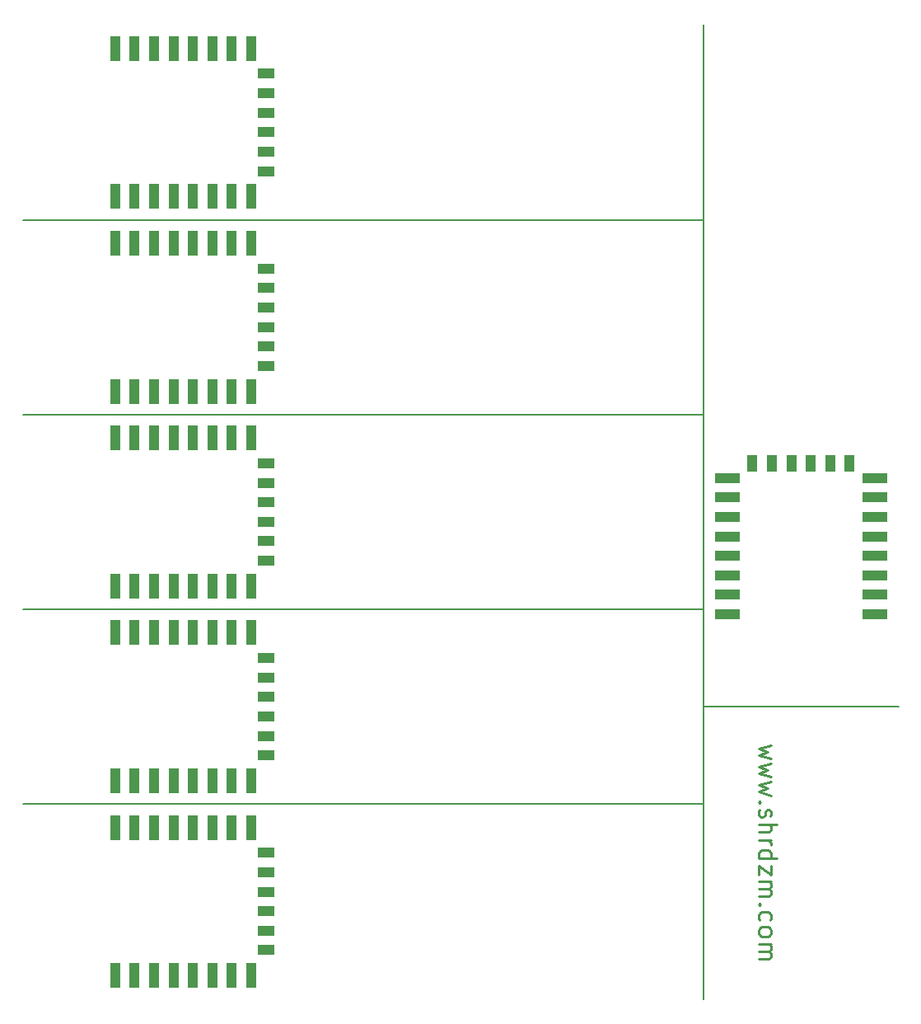
<source format=gbr>
%TF.GenerationSoftware,KiCad,Pcbnew,(5.1.9)-1*%
%TF.CreationDate,2021-03-22T15:53:49+01:00*%
%TF.ProjectId,DOORSENSOR_Enhanced_Multi,444f4f52-5345-44e5-934f-525f456e6861,rev?*%
%TF.SameCoordinates,Original*%
%TF.FileFunction,Paste,Top*%
%TF.FilePolarity,Positive*%
%FSLAX46Y46*%
G04 Gerber Fmt 4.6, Leading zero omitted, Abs format (unit mm)*
G04 Created by KiCad (PCBNEW (5.1.9)-1) date 2021-03-22 15:53:49*
%MOMM*%
%LPD*%
G01*
G04 APERTURE LIST*
%ADD10C,0.250000*%
%ADD11C,0.150000*%
%ADD12R,2.500000X1.000000*%
%ADD13R,1.000000X1.800000*%
%ADD14R,1.000000X2.500000*%
%ADD15R,1.800000X1.000000*%
G04 APERTURE END LIST*
D10*
X113385714Y-116942857D02*
X112185714Y-117285714D01*
X113042857Y-117628571D01*
X112185714Y-117971428D01*
X113385714Y-118314285D01*
X113385714Y-118828571D02*
X112185714Y-119171428D01*
X113042857Y-119514285D01*
X112185714Y-119857142D01*
X113385714Y-120200000D01*
X113385714Y-120714285D02*
X112185714Y-121057142D01*
X113042857Y-121400000D01*
X112185714Y-121742857D01*
X113385714Y-122085714D01*
X112357142Y-122771428D02*
X112271428Y-122857142D01*
X112185714Y-122771428D01*
X112271428Y-122685714D01*
X112357142Y-122771428D01*
X112185714Y-122771428D01*
X112271428Y-123542857D02*
X112185714Y-123714285D01*
X112185714Y-124057142D01*
X112271428Y-124228571D01*
X112442857Y-124314285D01*
X112528571Y-124314285D01*
X112700000Y-124228571D01*
X112785714Y-124057142D01*
X112785714Y-123800000D01*
X112871428Y-123628571D01*
X113042857Y-123542857D01*
X113128571Y-123542857D01*
X113300000Y-123628571D01*
X113385714Y-123800000D01*
X113385714Y-124057142D01*
X113300000Y-124228571D01*
X112185714Y-125085714D02*
X113985714Y-125085714D01*
X112185714Y-125857142D02*
X113128571Y-125857142D01*
X113300000Y-125771428D01*
X113385714Y-125600000D01*
X113385714Y-125342857D01*
X113300000Y-125171428D01*
X113214285Y-125085714D01*
X112185714Y-126714285D02*
X113385714Y-126714285D01*
X113042857Y-126714285D02*
X113214285Y-126800000D01*
X113300000Y-126885714D01*
X113385714Y-127057142D01*
X113385714Y-127228571D01*
X112185714Y-128600000D02*
X113985714Y-128600000D01*
X112271428Y-128600000D02*
X112185714Y-128428571D01*
X112185714Y-128085714D01*
X112271428Y-127914285D01*
X112357142Y-127828571D01*
X112528571Y-127742857D01*
X113042857Y-127742857D01*
X113214285Y-127828571D01*
X113300000Y-127914285D01*
X113385714Y-128085714D01*
X113385714Y-128428571D01*
X113300000Y-128600000D01*
X113385714Y-129285714D02*
X113385714Y-130228571D01*
X112185714Y-129285714D01*
X112185714Y-130228571D01*
X112185714Y-130914285D02*
X113385714Y-130914285D01*
X113214285Y-130914285D02*
X113300000Y-131000000D01*
X113385714Y-131171428D01*
X113385714Y-131428571D01*
X113300000Y-131600000D01*
X113128571Y-131685714D01*
X112185714Y-131685714D01*
X113128571Y-131685714D02*
X113300000Y-131771428D01*
X113385714Y-131942857D01*
X113385714Y-132200000D01*
X113300000Y-132371428D01*
X113128571Y-132457142D01*
X112185714Y-132457142D01*
X112357142Y-133314285D02*
X112271428Y-133400000D01*
X112185714Y-133314285D01*
X112271428Y-133228571D01*
X112357142Y-133314285D01*
X112185714Y-133314285D01*
X112271428Y-134942857D02*
X112185714Y-134771428D01*
X112185714Y-134428571D01*
X112271428Y-134257142D01*
X112357142Y-134171428D01*
X112528571Y-134085714D01*
X113042857Y-134085714D01*
X113214285Y-134171428D01*
X113300000Y-134257142D01*
X113385714Y-134428571D01*
X113385714Y-134771428D01*
X113300000Y-134942857D01*
X112185714Y-135971428D02*
X112271428Y-135800000D01*
X112357142Y-135714285D01*
X112528571Y-135628571D01*
X113042857Y-135628571D01*
X113214285Y-135714285D01*
X113300000Y-135800000D01*
X113385714Y-135971428D01*
X113385714Y-136228571D01*
X113300000Y-136400000D01*
X113214285Y-136485714D01*
X113042857Y-136571428D01*
X112528571Y-136571428D01*
X112357142Y-136485714D01*
X112271428Y-136400000D01*
X112185714Y-136228571D01*
X112185714Y-135971428D01*
X112185714Y-137342857D02*
X113385714Y-137342857D01*
X113214285Y-137342857D02*
X113300000Y-137428571D01*
X113385714Y-137600000D01*
X113385714Y-137857142D01*
X113300000Y-138028571D01*
X113128571Y-138114285D01*
X112185714Y-138114285D01*
X113128571Y-138114285D02*
X113300000Y-138200000D01*
X113385714Y-138371428D01*
X113385714Y-138628571D01*
X113300000Y-138800000D01*
X113128571Y-138885714D01*
X112185714Y-138885714D01*
D11*
X126500000Y-113000000D02*
X106500000Y-113000000D01*
X36500000Y-123000000D02*
X106500000Y-123000000D01*
X36500000Y-103000000D02*
X106500000Y-103000000D01*
X36500000Y-83000000D02*
X106500000Y-83000000D01*
X36500000Y-63000000D02*
X106500000Y-63000000D01*
X106500000Y-43000000D02*
X106500000Y-143000000D01*
D12*
%TO.C,U1*%
X124100000Y-103500000D03*
X124100000Y-101500000D03*
X124100000Y-99500000D03*
X124100000Y-97500000D03*
X124100000Y-95500000D03*
X124100000Y-93500000D03*
X124100000Y-91500000D03*
X124100000Y-89500000D03*
D13*
X121500000Y-88000000D03*
X119500000Y-88000000D03*
X117500000Y-88000000D03*
X115500000Y-88000000D03*
X113500000Y-88000000D03*
X111500000Y-88000000D03*
D12*
X108900000Y-89500000D03*
X108900000Y-91500000D03*
X108900000Y-93500000D03*
X108900000Y-95500000D03*
X108900000Y-97500000D03*
X108900000Y-99500000D03*
X108900000Y-101500000D03*
X108900000Y-103500000D03*
%TD*%
%TO.C,U1*%
X108900000Y-103500000D03*
X108900000Y-101500000D03*
X108900000Y-99500000D03*
X108900000Y-97500000D03*
X108900000Y-95500000D03*
X108900000Y-93500000D03*
X108900000Y-91500000D03*
X108900000Y-89500000D03*
D13*
X111500000Y-88000000D03*
X113500000Y-88000000D03*
X115500000Y-88000000D03*
X117500000Y-88000000D03*
X119500000Y-88000000D03*
X121500000Y-88000000D03*
D12*
X124100000Y-89500000D03*
X124100000Y-91500000D03*
X124100000Y-93500000D03*
X124100000Y-95500000D03*
X124100000Y-97500000D03*
X124100000Y-99500000D03*
X124100000Y-101500000D03*
X124100000Y-103500000D03*
%TD*%
D14*
%TO.C,U1*%
X46000000Y-125400000D03*
X48000000Y-125400000D03*
X50000000Y-125400000D03*
X52000000Y-125400000D03*
X54000000Y-125400000D03*
X56000000Y-125400000D03*
X58000000Y-125400000D03*
X60000000Y-125400000D03*
D15*
X61500000Y-128000000D03*
X61500000Y-130000000D03*
X61500000Y-132000000D03*
X61500000Y-134000000D03*
X61500000Y-136000000D03*
X61500000Y-138000000D03*
D14*
X60000000Y-140600000D03*
X58000000Y-140600000D03*
X56000000Y-140600000D03*
X54000000Y-140600000D03*
X52000000Y-140600000D03*
X50000000Y-140600000D03*
X48000000Y-140600000D03*
X46000000Y-140600000D03*
%TD*%
%TO.C,U1*%
X46000000Y-140600000D03*
X48000000Y-140600000D03*
X50000000Y-140600000D03*
X52000000Y-140600000D03*
X54000000Y-140600000D03*
X56000000Y-140600000D03*
X58000000Y-140600000D03*
X60000000Y-140600000D03*
D15*
X61500000Y-138000000D03*
X61500000Y-136000000D03*
X61500000Y-134000000D03*
X61500000Y-132000000D03*
X61500000Y-130000000D03*
X61500000Y-128000000D03*
D14*
X60000000Y-125400000D03*
X58000000Y-125400000D03*
X56000000Y-125400000D03*
X54000000Y-125400000D03*
X52000000Y-125400000D03*
X50000000Y-125400000D03*
X48000000Y-125400000D03*
X46000000Y-125400000D03*
%TD*%
%TO.C,U1*%
X46000000Y-105400000D03*
X48000000Y-105400000D03*
X50000000Y-105400000D03*
X52000000Y-105400000D03*
X54000000Y-105400000D03*
X56000000Y-105400000D03*
X58000000Y-105400000D03*
X60000000Y-105400000D03*
D15*
X61500000Y-108000000D03*
X61500000Y-110000000D03*
X61500000Y-112000000D03*
X61500000Y-114000000D03*
X61500000Y-116000000D03*
X61500000Y-118000000D03*
D14*
X60000000Y-120600000D03*
X58000000Y-120600000D03*
X56000000Y-120600000D03*
X54000000Y-120600000D03*
X52000000Y-120600000D03*
X50000000Y-120600000D03*
X48000000Y-120600000D03*
X46000000Y-120600000D03*
%TD*%
%TO.C,U1*%
X46000000Y-120600000D03*
X48000000Y-120600000D03*
X50000000Y-120600000D03*
X52000000Y-120600000D03*
X54000000Y-120600000D03*
X56000000Y-120600000D03*
X58000000Y-120600000D03*
X60000000Y-120600000D03*
D15*
X61500000Y-118000000D03*
X61500000Y-116000000D03*
X61500000Y-114000000D03*
X61500000Y-112000000D03*
X61500000Y-110000000D03*
X61500000Y-108000000D03*
D14*
X60000000Y-105400000D03*
X58000000Y-105400000D03*
X56000000Y-105400000D03*
X54000000Y-105400000D03*
X52000000Y-105400000D03*
X50000000Y-105400000D03*
X48000000Y-105400000D03*
X46000000Y-105400000D03*
%TD*%
%TO.C,U1*%
X46000000Y-100600000D03*
X48000000Y-100600000D03*
X50000000Y-100600000D03*
X52000000Y-100600000D03*
X54000000Y-100600000D03*
X56000000Y-100600000D03*
X58000000Y-100600000D03*
X60000000Y-100600000D03*
D15*
X61500000Y-98000000D03*
X61500000Y-96000000D03*
X61500000Y-94000000D03*
X61500000Y-92000000D03*
X61500000Y-90000000D03*
X61500000Y-88000000D03*
D14*
X60000000Y-85400000D03*
X58000000Y-85400000D03*
X56000000Y-85400000D03*
X54000000Y-85400000D03*
X52000000Y-85400000D03*
X50000000Y-85400000D03*
X48000000Y-85400000D03*
X46000000Y-85400000D03*
%TD*%
%TO.C,U1*%
X46000000Y-85400000D03*
X48000000Y-85400000D03*
X50000000Y-85400000D03*
X52000000Y-85400000D03*
X54000000Y-85400000D03*
X56000000Y-85400000D03*
X58000000Y-85400000D03*
X60000000Y-85400000D03*
D15*
X61500000Y-88000000D03*
X61500000Y-90000000D03*
X61500000Y-92000000D03*
X61500000Y-94000000D03*
X61500000Y-96000000D03*
X61500000Y-98000000D03*
D14*
X60000000Y-100600000D03*
X58000000Y-100600000D03*
X56000000Y-100600000D03*
X54000000Y-100600000D03*
X52000000Y-100600000D03*
X50000000Y-100600000D03*
X48000000Y-100600000D03*
X46000000Y-100600000D03*
%TD*%
%TO.C,U1*%
X46000000Y-80600000D03*
X48000000Y-80600000D03*
X50000000Y-80600000D03*
X52000000Y-80600000D03*
X54000000Y-80600000D03*
X56000000Y-80600000D03*
X58000000Y-80600000D03*
X60000000Y-80600000D03*
D15*
X61500000Y-78000000D03*
X61500000Y-76000000D03*
X61500000Y-74000000D03*
X61500000Y-72000000D03*
X61500000Y-70000000D03*
X61500000Y-68000000D03*
D14*
X60000000Y-65400000D03*
X58000000Y-65400000D03*
X56000000Y-65400000D03*
X54000000Y-65400000D03*
X52000000Y-65400000D03*
X50000000Y-65400000D03*
X48000000Y-65400000D03*
X46000000Y-65400000D03*
%TD*%
%TO.C,U1*%
X46000000Y-65400000D03*
X48000000Y-65400000D03*
X50000000Y-65400000D03*
X52000000Y-65400000D03*
X54000000Y-65400000D03*
X56000000Y-65400000D03*
X58000000Y-65400000D03*
X60000000Y-65400000D03*
D15*
X61500000Y-68000000D03*
X61500000Y-70000000D03*
X61500000Y-72000000D03*
X61500000Y-74000000D03*
X61500000Y-76000000D03*
X61500000Y-78000000D03*
D14*
X60000000Y-80600000D03*
X58000000Y-80600000D03*
X56000000Y-80600000D03*
X54000000Y-80600000D03*
X52000000Y-80600000D03*
X50000000Y-80600000D03*
X48000000Y-80600000D03*
X46000000Y-80600000D03*
%TD*%
%TO.C,U1*%
X46000000Y-45400000D03*
X48000000Y-45400000D03*
X50000000Y-45400000D03*
X52000000Y-45400000D03*
X54000000Y-45400000D03*
X56000000Y-45400000D03*
X58000000Y-45400000D03*
X60000000Y-45400000D03*
D15*
X61500000Y-48000000D03*
X61500000Y-50000000D03*
X61500000Y-52000000D03*
X61500000Y-54000000D03*
X61500000Y-56000000D03*
X61500000Y-58000000D03*
D14*
X60000000Y-60600000D03*
X58000000Y-60600000D03*
X56000000Y-60600000D03*
X54000000Y-60600000D03*
X52000000Y-60600000D03*
X50000000Y-60600000D03*
X48000000Y-60600000D03*
X46000000Y-60600000D03*
%TD*%
%TO.C,U1*%
X46000000Y-60600000D03*
X48000000Y-60600000D03*
X50000000Y-60600000D03*
X52000000Y-60600000D03*
X54000000Y-60600000D03*
X56000000Y-60600000D03*
X58000000Y-60600000D03*
X60000000Y-60600000D03*
D15*
X61500000Y-58000000D03*
X61500000Y-56000000D03*
X61500000Y-54000000D03*
X61500000Y-52000000D03*
X61500000Y-50000000D03*
X61500000Y-48000000D03*
D14*
X60000000Y-45400000D03*
X58000000Y-45400000D03*
X56000000Y-45400000D03*
X54000000Y-45400000D03*
X52000000Y-45400000D03*
X50000000Y-45400000D03*
X48000000Y-45400000D03*
X46000000Y-45400000D03*
%TD*%
M02*

</source>
